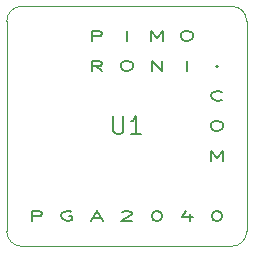
<source format=gbr>
%TF.GenerationSoftware,KiCad,Pcbnew,(5.1.9)-1*%
%TF.CreationDate,2021-10-24T15:32:31+09:00*%
%TF.ProjectId,main2,6d61696e-322e-46b6-9963-61645f706362,2*%
%TF.SameCoordinates,Original*%
%TF.FileFunction,Legend,Top*%
%TF.FilePolarity,Positive*%
%FSLAX46Y46*%
G04 Gerber Fmt 4.6, Leading zero omitted, Abs format (unit mm)*
G04 Created by KiCad (PCBNEW (5.1.9)-1) date 2021-10-24 15:32:31*
%MOMM*%
%LPD*%
G01*
G04 APERTURE LIST*
%ADD10C,0.120000*%
%ADD11C,0.200000*%
G04 APERTURE END LIST*
D10*
%TO.C,U1*%
X309515000Y-193300000D02*
X309515000Y-175520000D01*
X328565000Y-194570000D02*
X310785000Y-194570000D01*
X329835000Y-175520000D02*
X329835000Y-193300000D01*
X328565000Y-174250000D02*
X310785000Y-174250000D01*
X310785000Y-174250000D02*
G75*
G03*
X309515000Y-175520000I0J-1270000D01*
G01*
X309515000Y-193300000D02*
G75*
G03*
X310785000Y-194570000I1270000J0D01*
G01*
X328565000Y-194570000D02*
G75*
G03*
X329835000Y-193300000I0J1270000D01*
G01*
X329835000Y-175520000D02*
G75*
G03*
X328565000Y-174250000I-1270000J0D01*
G01*
D11*
X318532142Y-183578571D02*
X318532142Y-184792857D01*
X318603571Y-184935714D01*
X318675000Y-185007142D01*
X318817857Y-185078571D01*
X319103571Y-185078571D01*
X319246428Y-185007142D01*
X319317857Y-184935714D01*
X319389285Y-184792857D01*
X319389285Y-183578571D01*
X320889285Y-185078571D02*
X320032142Y-185078571D01*
X320460714Y-185078571D02*
X320460714Y-183578571D01*
X320317857Y-183792857D01*
X320175000Y-183935714D01*
X320032142Y-184007142D01*
X326795000Y-187311904D02*
X326795000Y-186511904D01*
X327295000Y-187083333D01*
X327795000Y-186511904D01*
X327795000Y-187311904D01*
X327152142Y-183971904D02*
X327437857Y-183971904D01*
X327580714Y-184010000D01*
X327723571Y-184086190D01*
X327795000Y-184238571D01*
X327795000Y-184505238D01*
X327723571Y-184657619D01*
X327580714Y-184733809D01*
X327437857Y-184771904D01*
X327152142Y-184771904D01*
X327009285Y-184733809D01*
X326866428Y-184657619D01*
X326795000Y-184505238D01*
X326795000Y-184238571D01*
X326866428Y-184086190D01*
X327009285Y-184010000D01*
X327152142Y-183971904D01*
X327759285Y-182155714D02*
X327687857Y-182193809D01*
X327473571Y-182231904D01*
X327330714Y-182231904D01*
X327116428Y-182193809D01*
X326973571Y-182117619D01*
X326902142Y-182041428D01*
X326830714Y-181889047D01*
X326830714Y-181774761D01*
X326902142Y-181622380D01*
X326973571Y-181546190D01*
X327116428Y-181470000D01*
X327330714Y-181431904D01*
X327473571Y-181431904D01*
X327687857Y-181470000D01*
X327759285Y-181508095D01*
X327295000Y-179295714D02*
X327366428Y-179333809D01*
X327295000Y-179371904D01*
X327223571Y-179333809D01*
X327295000Y-179295714D01*
X327295000Y-179371904D01*
X327223571Y-191591904D02*
X327366428Y-191591904D01*
X327509285Y-191630000D01*
X327580714Y-191668095D01*
X327652142Y-191744285D01*
X327723571Y-191896666D01*
X327723571Y-192087142D01*
X327652142Y-192239523D01*
X327580714Y-192315714D01*
X327509285Y-192353809D01*
X327366428Y-192391904D01*
X327223571Y-192391904D01*
X327080714Y-192353809D01*
X327009285Y-192315714D01*
X326937857Y-192239523D01*
X326866428Y-192087142D01*
X326866428Y-191896666D01*
X326937857Y-191744285D01*
X327009285Y-191668095D01*
X327080714Y-191630000D01*
X327223571Y-191591904D01*
X325040714Y-191858571D02*
X325040714Y-192391904D01*
X324683571Y-191553809D02*
X324326428Y-192125238D01*
X325255000Y-192125238D01*
X322143571Y-191591904D02*
X322286428Y-191591904D01*
X322429285Y-191630000D01*
X322500714Y-191668095D01*
X322572142Y-191744285D01*
X322643571Y-191896666D01*
X322643571Y-192087142D01*
X322572142Y-192239523D01*
X322500714Y-192315714D01*
X322429285Y-192353809D01*
X322286428Y-192391904D01*
X322143571Y-192391904D01*
X322000714Y-192353809D01*
X321929285Y-192315714D01*
X321857857Y-192239523D01*
X321786428Y-192087142D01*
X321786428Y-191896666D01*
X321857857Y-191744285D01*
X321929285Y-191668095D01*
X322000714Y-191630000D01*
X322143571Y-191591904D01*
X319246428Y-191668095D02*
X319317857Y-191630000D01*
X319460714Y-191591904D01*
X319817857Y-191591904D01*
X319960714Y-191630000D01*
X320032142Y-191668095D01*
X320103571Y-191744285D01*
X320103571Y-191820476D01*
X320032142Y-191934761D01*
X319175000Y-192391904D01*
X320103571Y-192391904D01*
X316777857Y-192163333D02*
X317492142Y-192163333D01*
X316635000Y-192391904D02*
X317135000Y-191591904D01*
X317635000Y-192391904D01*
X314987857Y-191630000D02*
X314845000Y-191591904D01*
X314630714Y-191591904D01*
X314416428Y-191630000D01*
X314273571Y-191706190D01*
X314202142Y-191782380D01*
X314130714Y-191934761D01*
X314130714Y-192049047D01*
X314202142Y-192201428D01*
X314273571Y-192277619D01*
X314416428Y-192353809D01*
X314630714Y-192391904D01*
X314773571Y-192391904D01*
X314987857Y-192353809D01*
X315059285Y-192315714D01*
X315059285Y-192049047D01*
X314773571Y-192049047D01*
X311662142Y-192391904D02*
X311662142Y-191591904D01*
X312233571Y-191591904D01*
X312376428Y-191630000D01*
X312447857Y-191668095D01*
X312519285Y-191744285D01*
X312519285Y-191858571D01*
X312447857Y-191934761D01*
X312376428Y-191972857D01*
X312233571Y-192010952D01*
X311662142Y-192010952D01*
X324755000Y-179691904D02*
X324755000Y-178891904D01*
X321786428Y-179691904D02*
X321786428Y-178891904D01*
X322643571Y-179691904D01*
X322643571Y-178891904D01*
X319532142Y-178891904D02*
X319817857Y-178891904D01*
X319960714Y-178930000D01*
X320103571Y-179006190D01*
X320175000Y-179158571D01*
X320175000Y-179425238D01*
X320103571Y-179577619D01*
X319960714Y-179653809D01*
X319817857Y-179691904D01*
X319532142Y-179691904D01*
X319389285Y-179653809D01*
X319246428Y-179577619D01*
X319175000Y-179425238D01*
X319175000Y-179158571D01*
X319246428Y-179006190D01*
X319389285Y-178930000D01*
X319532142Y-178891904D01*
X317599285Y-179691904D02*
X317099285Y-179310952D01*
X316742142Y-179691904D02*
X316742142Y-178891904D01*
X317313571Y-178891904D01*
X317456428Y-178930000D01*
X317527857Y-178968095D01*
X317599285Y-179044285D01*
X317599285Y-179158571D01*
X317527857Y-179234761D01*
X317456428Y-179272857D01*
X317313571Y-179310952D01*
X316742142Y-179310952D01*
X324612142Y-176351904D02*
X324897857Y-176351904D01*
X325040714Y-176390000D01*
X325183571Y-176466190D01*
X325255000Y-176618571D01*
X325255000Y-176885238D01*
X325183571Y-177037619D01*
X325040714Y-177113809D01*
X324897857Y-177151904D01*
X324612142Y-177151904D01*
X324469285Y-177113809D01*
X324326428Y-177037619D01*
X324255000Y-176885238D01*
X324255000Y-176618571D01*
X324326428Y-176466190D01*
X324469285Y-176390000D01*
X324612142Y-176351904D01*
X321715000Y-177151904D02*
X321715000Y-176351904D01*
X322215000Y-176923333D01*
X322715000Y-176351904D01*
X322715000Y-177151904D01*
X319675000Y-177151904D02*
X319675000Y-176351904D01*
X316742142Y-177151904D02*
X316742142Y-176351904D01*
X317313571Y-176351904D01*
X317456428Y-176390000D01*
X317527857Y-176428095D01*
X317599285Y-176504285D01*
X317599285Y-176618571D01*
X317527857Y-176694761D01*
X317456428Y-176732857D01*
X317313571Y-176770952D01*
X316742142Y-176770952D01*
%TD*%
M02*

</source>
